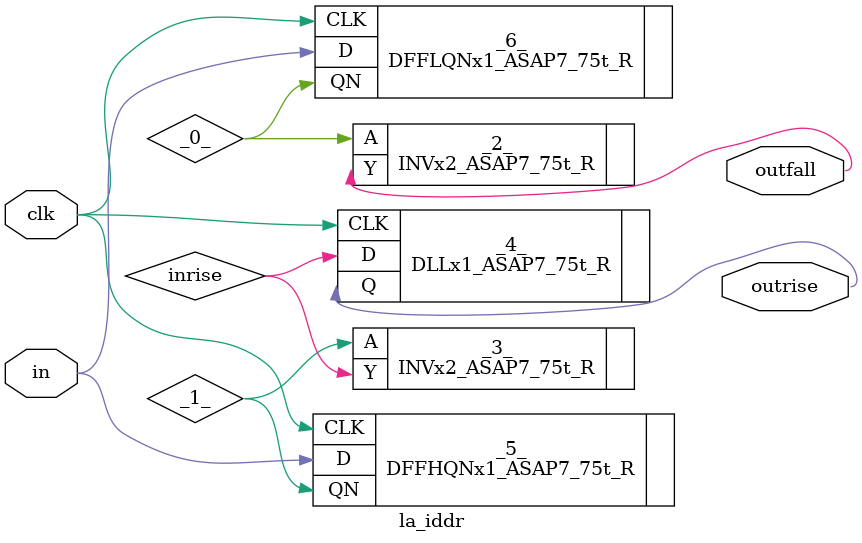
<source format=v>

/* Generated by Yosys 0.44 (git sha1 80ba43d26, g++ 11.4.0-1ubuntu1~22.04 -fPIC -O3) */

(* top =  1  *)
(* src = "generated" *)
(* keep_hierarchy *)
module la_iddr (
    clk,
    in,
    outrise,
    outfall
);
  wire _0_;
  wire _1_;
  (* src = "generated" *)
  input clk;
  wire clk;
  (* src = "generated" *)
  input in;
  wire in;
  (* src = "generated" *)
  wire inrise;
  (* src = "generated" *)
  output outfall;
  wire outfall;
  (* src = "generated" *)
  output outrise;
  wire outrise;
  INVx2_ASAP7_75t_R _2_ (
      .A(_0_),
      .Y(outfall)
  );
  INVx2_ASAP7_75t_R _3_ (
      .A(_1_),
      .Y(inrise)
  );
  (* module_not_derived = 32'b00000000000000000000000000000001 *) (* src = "generated" *)
  DLLx1_ASAP7_75t_R _4_ (
      .CLK(clk),
      .D  (inrise),
      .Q  (outrise)
  );
  (* src = "generated" *)
  DFFHQNx1_ASAP7_75t_R _5_ (
      .CLK(clk),
      .D  (in),
      .QN (_1_)
  );
  (* src = "generated" *)
  DFFLQNx1_ASAP7_75t_R _6_ (
      .CLK(clk),
      .D  (in),
      .QN (_0_)
  );
endmodule

</source>
